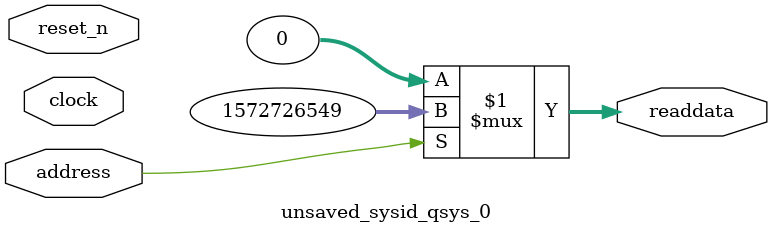
<source format=v>



// synthesis translate_off
`timescale 1ns / 1ps
// synthesis translate_on

// turn off superfluous verilog processor warnings 
// altera message_level Level1 
// altera message_off 10034 10035 10036 10037 10230 10240 10030 

module unsaved_sysid_qsys_0 (
               // inputs:
                address,
                clock,
                reset_n,

               // outputs:
                readdata
             )
;

  output  [ 31: 0] readdata;
  input            address;
  input            clock;
  input            reset_n;

  wire    [ 31: 0] readdata;
  //control_slave, which is an e_avalon_slave
  assign readdata = address ? 1572726549 : 0;

endmodule



</source>
